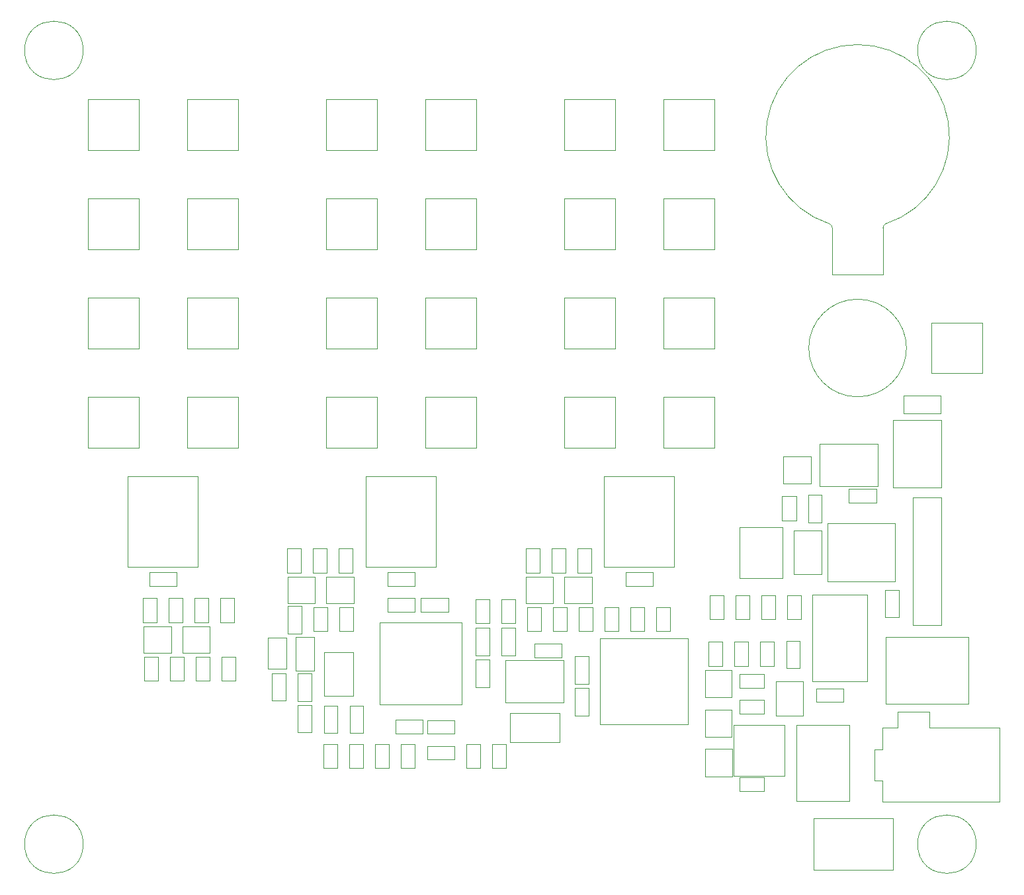
<source format=gbr>
G04 #@! TF.FileFunction,Other,User*
%FSLAX46Y46*%
G04 Gerber Fmt 4.6, Leading zero omitted, Abs format (unit mm)*
G04 Created by KiCad (PCBNEW 4.0.7) date Monday, March 26, 2018 'AMt' 12:22:04 AM*
%MOMM*%
%LPD*%
G01*
G04 APERTURE LIST*
%ADD10C,0.100000*%
%ADD11C,0.050000*%
G04 APERTURE END LIST*
D10*
D11*
X206360000Y-135310000D02*
X206360000Y-135560000D01*
X206360000Y-135560000D02*
X221360000Y-135560000D01*
X206360000Y-135310000D02*
X206360000Y-132810000D01*
X206360000Y-132810000D02*
X205360000Y-132810000D01*
X205360000Y-132810000D02*
X205360000Y-128810000D01*
X205360000Y-128810000D02*
X206360000Y-128810000D01*
X206360000Y-128810000D02*
X206360000Y-126060000D01*
X206360000Y-126060000D02*
X208360000Y-126060000D01*
X208360000Y-126060000D02*
X208360000Y-124060000D01*
X208360000Y-124060000D02*
X212360000Y-124060000D01*
X212360000Y-124060000D02*
X212360000Y-126060000D01*
X212360000Y-126060000D02*
X221360000Y-126060000D01*
X221360000Y-126060000D02*
X221360000Y-135560000D01*
X207775000Y-137670000D02*
X207775000Y-144270000D01*
X197575000Y-137670000D02*
X197575000Y-144270000D01*
X197575000Y-144270000D02*
X207775000Y-144270000D01*
X197575000Y-137670000D02*
X207775000Y-137670000D01*
X203130013Y-38625135D02*
G75*
G02X206800000Y-61560000I69987J-11749865D01*
G01*
X203269987Y-38625135D02*
G75*
G03X199600000Y-61560000I-69987J-11749865D01*
G01*
X206811889Y-61558169D02*
G75*
G03X206450000Y-62075000I188111J-516831D01*
G01*
X199588111Y-61558169D02*
G75*
G02X199950000Y-62075000I-188111J-516831D01*
G01*
X199950000Y-68025000D02*
X199950000Y-62075000D01*
X206450000Y-68025000D02*
X206450000Y-62075000D01*
X206450000Y-68025000D02*
X199950000Y-68025000D01*
X209450000Y-77460000D02*
G75*
G03X209450000Y-77460000I-6250000J0D01*
G01*
X128262000Y-122611000D02*
X128262000Y-119111000D01*
X128262000Y-122611000D02*
X130012000Y-122611000D01*
X130012000Y-119111000D02*
X128262000Y-119111000D01*
X130012000Y-119111000D02*
X130012000Y-122611000D01*
X132054000Y-110507000D02*
X132054000Y-114007000D01*
X132054000Y-110507000D02*
X130304000Y-110507000D01*
X130304000Y-114007000D02*
X132054000Y-114007000D01*
X130304000Y-114007000D02*
X130304000Y-110507000D01*
X131564000Y-126675000D02*
X131564000Y-123175000D01*
X131564000Y-126675000D02*
X133314000Y-126675000D01*
X133314000Y-123175000D02*
X131564000Y-123175000D01*
X133314000Y-123175000D02*
X133314000Y-126675000D01*
X131564000Y-122643000D02*
X131564000Y-119143000D01*
X131564000Y-122643000D02*
X133314000Y-122643000D01*
X133314000Y-119143000D02*
X131564000Y-119143000D01*
X133314000Y-119143000D02*
X133314000Y-122643000D01*
X168757000Y-121016000D02*
X168757000Y-124516000D01*
X168757000Y-121016000D02*
X167007000Y-121016000D01*
X167007000Y-124516000D02*
X168757000Y-124516000D01*
X167007000Y-124516000D02*
X167007000Y-121016000D01*
X198619000Y-96278000D02*
X198619000Y-99778000D01*
X198619000Y-96278000D02*
X196869000Y-96278000D01*
X196869000Y-99778000D02*
X198619000Y-99778000D01*
X196869000Y-99778000D02*
X196869000Y-96278000D01*
X138185000Y-126734000D02*
X138185000Y-123234000D01*
X138185000Y-126734000D02*
X139935000Y-126734000D01*
X139935000Y-123234000D02*
X138185000Y-123234000D01*
X139935000Y-123234000D02*
X139935000Y-126734000D01*
X156057000Y-113301000D02*
X156057000Y-116801000D01*
X156057000Y-113301000D02*
X154307000Y-113301000D01*
X154307000Y-116801000D02*
X156057000Y-116801000D01*
X154307000Y-116801000D02*
X154307000Y-113301000D01*
X143029000Y-109456000D02*
X146529000Y-109456000D01*
X143029000Y-109456000D02*
X143029000Y-111206000D01*
X146529000Y-111206000D02*
X146529000Y-109456000D01*
X146529000Y-111206000D02*
X143029000Y-111206000D01*
X151609000Y-126837000D02*
X148109000Y-126837000D01*
X151609000Y-126837000D02*
X151609000Y-125087000D01*
X148109000Y-125087000D02*
X148109000Y-126837000D01*
X148109000Y-125087000D02*
X151609000Y-125087000D01*
X134883000Y-126734000D02*
X134883000Y-123234000D01*
X134883000Y-126734000D02*
X136633000Y-126734000D01*
X136633000Y-123234000D02*
X134883000Y-123234000D01*
X136633000Y-123234000D02*
X136633000Y-126734000D01*
X159359000Y-113301000D02*
X159359000Y-116801000D01*
X159359000Y-113301000D02*
X157609000Y-113301000D01*
X157609000Y-116801000D02*
X159359000Y-116801000D01*
X157609000Y-116801000D02*
X157609000Y-113301000D01*
X151609000Y-130139000D02*
X148109000Y-130139000D01*
X151609000Y-130139000D02*
X151609000Y-128389000D01*
X148109000Y-128389000D02*
X148109000Y-130139000D01*
X148109000Y-128389000D02*
X151609000Y-128389000D01*
X144045000Y-125077000D02*
X147545000Y-125077000D01*
X144045000Y-125077000D02*
X144045000Y-126827000D01*
X147545000Y-126827000D02*
X147545000Y-125077000D01*
X147545000Y-126827000D02*
X144045000Y-126827000D01*
X147315000Y-109456000D02*
X150815000Y-109456000D01*
X147315000Y-109456000D02*
X147315000Y-111206000D01*
X150815000Y-111206000D02*
X150815000Y-109456000D01*
X150815000Y-111206000D02*
X147315000Y-111206000D01*
X154297000Y-120865000D02*
X154297000Y-117365000D01*
X154297000Y-120865000D02*
X156047000Y-120865000D01*
X156047000Y-117365000D02*
X154297000Y-117365000D01*
X156047000Y-117365000D02*
X156047000Y-120865000D01*
X143029000Y-106154000D02*
X146529000Y-106154000D01*
X143029000Y-106154000D02*
X143029000Y-107904000D01*
X146529000Y-107904000D02*
X146529000Y-106154000D01*
X146529000Y-107904000D02*
X143029000Y-107904000D01*
X173509000Y-106154000D02*
X177009000Y-106154000D01*
X173509000Y-106154000D02*
X173509000Y-107904000D01*
X177009000Y-107904000D02*
X177009000Y-106154000D01*
X177009000Y-107904000D02*
X173509000Y-107904000D01*
X210273000Y-96598200D02*
X210273000Y-112898200D01*
X210273000Y-112898200D02*
X213873000Y-112898200D01*
X213873000Y-112898200D02*
X213873000Y-96598200D01*
X213873000Y-96598200D02*
X210273000Y-96598200D01*
X184860000Y-83740000D02*
X178360000Y-83740000D01*
X178360000Y-83740000D02*
X178360000Y-90240000D01*
X178360000Y-90240000D02*
X184860000Y-90240000D01*
X184860000Y-90240000D02*
X184860000Y-83740000D01*
X184860000Y-71040000D02*
X178360000Y-71040000D01*
X178360000Y-71040000D02*
X178360000Y-77540000D01*
X178360000Y-77540000D02*
X184860000Y-77540000D01*
X184860000Y-77540000D02*
X184860000Y-71040000D01*
X184860000Y-58340000D02*
X178360000Y-58340000D01*
X178360000Y-58340000D02*
X178360000Y-64840000D01*
X178360000Y-64840000D02*
X184860000Y-64840000D01*
X184860000Y-64840000D02*
X184860000Y-58340000D01*
X184860000Y-45640000D02*
X178360000Y-45640000D01*
X178360000Y-45640000D02*
X178360000Y-52140000D01*
X178360000Y-52140000D02*
X184860000Y-52140000D01*
X184860000Y-52140000D02*
X184860000Y-45640000D01*
X172160000Y-83740000D02*
X165660000Y-83740000D01*
X165660000Y-83740000D02*
X165660000Y-90240000D01*
X165660000Y-90240000D02*
X172160000Y-90240000D01*
X172160000Y-90240000D02*
X172160000Y-83740000D01*
X172160000Y-71040000D02*
X165660000Y-71040000D01*
X165660000Y-71040000D02*
X165660000Y-77540000D01*
X165660000Y-77540000D02*
X172160000Y-77540000D01*
X172160000Y-77540000D02*
X172160000Y-71040000D01*
X172160000Y-58340000D02*
X165660000Y-58340000D01*
X165660000Y-58340000D02*
X165660000Y-64840000D01*
X165660000Y-64840000D02*
X172160000Y-64840000D01*
X172160000Y-64840000D02*
X172160000Y-58340000D01*
X172160000Y-45640000D02*
X165660000Y-45640000D01*
X165660000Y-45640000D02*
X165660000Y-52140000D01*
X165660000Y-52140000D02*
X172160000Y-52140000D01*
X172160000Y-52140000D02*
X172160000Y-45640000D01*
X154380000Y-83740000D02*
X147880000Y-83740000D01*
X147880000Y-83740000D02*
X147880000Y-90240000D01*
X147880000Y-90240000D02*
X154380000Y-90240000D01*
X154380000Y-90240000D02*
X154380000Y-83740000D01*
X154380000Y-71040000D02*
X147880000Y-71040000D01*
X147880000Y-71040000D02*
X147880000Y-77540000D01*
X147880000Y-77540000D02*
X154380000Y-77540000D01*
X154380000Y-77540000D02*
X154380000Y-71040000D01*
X154380000Y-58340000D02*
X147880000Y-58340000D01*
X147880000Y-58340000D02*
X147880000Y-64840000D01*
X147880000Y-64840000D02*
X154380000Y-64840000D01*
X154380000Y-64840000D02*
X154380000Y-58340000D01*
X154380000Y-45640000D02*
X147880000Y-45640000D01*
X147880000Y-45640000D02*
X147880000Y-52140000D01*
X147880000Y-52140000D02*
X154380000Y-52140000D01*
X154380000Y-52140000D02*
X154380000Y-45640000D01*
X141680000Y-83740000D02*
X135180000Y-83740000D01*
X135180000Y-83740000D02*
X135180000Y-90240000D01*
X135180000Y-90240000D02*
X141680000Y-90240000D01*
X141680000Y-90240000D02*
X141680000Y-83740000D01*
X141680000Y-71040000D02*
X135180000Y-71040000D01*
X135180000Y-71040000D02*
X135180000Y-77540000D01*
X135180000Y-77540000D02*
X141680000Y-77540000D01*
X141680000Y-77540000D02*
X141680000Y-71040000D01*
X141680000Y-58340000D02*
X135180000Y-58340000D01*
X135180000Y-58340000D02*
X135180000Y-64840000D01*
X135180000Y-64840000D02*
X141680000Y-64840000D01*
X141680000Y-64840000D02*
X141680000Y-58340000D01*
X141680000Y-45640000D02*
X135180000Y-45640000D01*
X135180000Y-45640000D02*
X135180000Y-52140000D01*
X135180000Y-52140000D02*
X141680000Y-52140000D01*
X141680000Y-52140000D02*
X141680000Y-45640000D01*
X123900000Y-83740000D02*
X117400000Y-83740000D01*
X117400000Y-83740000D02*
X117400000Y-90240000D01*
X117400000Y-90240000D02*
X123900000Y-90240000D01*
X123900000Y-90240000D02*
X123900000Y-83740000D01*
X123900000Y-71040000D02*
X117400000Y-71040000D01*
X117400000Y-71040000D02*
X117400000Y-77540000D01*
X117400000Y-77540000D02*
X123900000Y-77540000D01*
X123900000Y-77540000D02*
X123900000Y-71040000D01*
X123900000Y-58340000D02*
X117400000Y-58340000D01*
X117400000Y-58340000D02*
X117400000Y-64840000D01*
X117400000Y-64840000D02*
X123900000Y-64840000D01*
X123900000Y-64840000D02*
X123900000Y-58340000D01*
X123900000Y-45640000D02*
X117400000Y-45640000D01*
X117400000Y-45640000D02*
X117400000Y-52140000D01*
X117400000Y-52140000D02*
X123900000Y-52140000D01*
X123900000Y-52140000D02*
X123900000Y-45640000D01*
X111200000Y-83740000D02*
X104700000Y-83740000D01*
X104700000Y-83740000D02*
X104700000Y-90240000D01*
X104700000Y-90240000D02*
X111200000Y-90240000D01*
X111200000Y-90240000D02*
X111200000Y-83740000D01*
X111200000Y-71040000D02*
X104700000Y-71040000D01*
X104700000Y-71040000D02*
X104700000Y-77540000D01*
X104700000Y-77540000D02*
X111200000Y-77540000D01*
X111200000Y-77540000D02*
X111200000Y-71040000D01*
X111200000Y-58340000D02*
X104700000Y-58340000D01*
X104700000Y-58340000D02*
X104700000Y-64840000D01*
X104700000Y-64840000D02*
X111200000Y-64840000D01*
X111200000Y-64840000D02*
X111200000Y-58340000D01*
X111200000Y-45640000D02*
X104700000Y-45640000D01*
X104700000Y-45640000D02*
X104700000Y-52140000D01*
X104700000Y-52140000D02*
X111200000Y-52140000D01*
X111200000Y-52140000D02*
X111200000Y-45640000D01*
X199363000Y-99932000D02*
X199363000Y-107332000D01*
X199363000Y-107332000D02*
X207963000Y-107332000D01*
X207963000Y-107332000D02*
X207963000Y-99932000D01*
X207963000Y-99932000D02*
X199363000Y-99932000D01*
X193703000Y-94775000D02*
X193703000Y-91375000D01*
X193703000Y-91375000D02*
X197203000Y-91375000D01*
X197203000Y-91375000D02*
X197203000Y-94775000D01*
X197203000Y-94775000D02*
X193703000Y-94775000D01*
X183687000Y-118685000D02*
X187087000Y-118685000D01*
X187087000Y-118685000D02*
X187087000Y-122185000D01*
X187087000Y-122185000D02*
X183687000Y-122185000D01*
X183687000Y-122185000D02*
X183687000Y-118685000D01*
X183687000Y-123765000D02*
X187087000Y-123765000D01*
X187087000Y-123765000D02*
X187087000Y-127265000D01*
X187087000Y-127265000D02*
X183687000Y-127265000D01*
X183687000Y-127265000D02*
X183687000Y-123765000D01*
X115332000Y-113065000D02*
X115332000Y-116465000D01*
X115332000Y-116465000D02*
X111832000Y-116465000D01*
X111832000Y-116465000D02*
X111832000Y-113065000D01*
X111832000Y-113065000D02*
X115332000Y-113065000D01*
X120285000Y-113065000D02*
X120285000Y-116465000D01*
X120285000Y-116465000D02*
X116785000Y-116465000D01*
X116785000Y-116465000D02*
X116785000Y-113065000D01*
X116785000Y-113065000D02*
X120285000Y-113065000D01*
X164232000Y-106715000D02*
X164232000Y-110115000D01*
X164232000Y-110115000D02*
X160732000Y-110115000D01*
X160732000Y-110115000D02*
X160732000Y-106715000D01*
X160732000Y-106715000D02*
X164232000Y-106715000D01*
X169185000Y-106715000D02*
X169185000Y-110115000D01*
X169185000Y-110115000D02*
X165685000Y-110115000D01*
X165685000Y-110115000D02*
X165685000Y-106715000D01*
X165685000Y-106715000D02*
X169185000Y-106715000D01*
X133747000Y-106715000D02*
X133747000Y-110115000D01*
X133747000Y-110115000D02*
X130247000Y-110115000D01*
X130247000Y-110115000D02*
X130247000Y-106715000D01*
X130247000Y-106715000D02*
X133747000Y-106715000D01*
X195337000Y-96433000D02*
X195337000Y-99533000D01*
X195337000Y-96433000D02*
X193537000Y-96433000D01*
X193537000Y-99533000D02*
X195337000Y-99533000D01*
X193537000Y-99533000D02*
X193537000Y-96433000D01*
X191210000Y-121015000D02*
X188110000Y-121015000D01*
X191210000Y-121015000D02*
X191210000Y-119215000D01*
X188110000Y-119215000D02*
X188110000Y-121015000D01*
X188110000Y-119215000D02*
X191210000Y-119215000D01*
X188110000Y-122517000D02*
X191210000Y-122517000D01*
X188110000Y-122517000D02*
X188110000Y-124317000D01*
X191210000Y-124317000D02*
X191210000Y-122517000D01*
X191210000Y-124317000D02*
X188110000Y-124317000D01*
X188110000Y-132423000D02*
X191210000Y-132423000D01*
X188110000Y-132423000D02*
X188110000Y-134223000D01*
X191210000Y-134223000D02*
X191210000Y-132423000D01*
X191210000Y-134223000D02*
X188110000Y-134223000D01*
X185922000Y-115075000D02*
X185922000Y-118175000D01*
X185922000Y-115075000D02*
X184122000Y-115075000D01*
X184122000Y-118175000D02*
X185922000Y-118175000D01*
X184122000Y-118175000D02*
X184122000Y-115075000D01*
X189224000Y-115075000D02*
X189224000Y-118175000D01*
X189224000Y-115075000D02*
X187424000Y-115075000D01*
X187424000Y-118175000D02*
X189224000Y-118175000D01*
X187424000Y-118175000D02*
X187424000Y-115075000D01*
X192526000Y-115070000D02*
X192526000Y-118170000D01*
X192526000Y-115070000D02*
X190726000Y-115070000D01*
X190726000Y-118170000D02*
X192526000Y-118170000D01*
X190726000Y-118170000D02*
X190726000Y-115070000D01*
X195955000Y-109101000D02*
X195955000Y-112201000D01*
X195955000Y-109101000D02*
X194155000Y-109101000D01*
X194155000Y-112201000D02*
X195955000Y-112201000D01*
X194155000Y-112201000D02*
X194155000Y-109101000D01*
X184249000Y-112201000D02*
X184249000Y-109101000D01*
X184249000Y-112201000D02*
X186049000Y-112201000D01*
X186049000Y-109101000D02*
X184249000Y-109101000D01*
X186049000Y-109101000D02*
X186049000Y-112201000D01*
X189351000Y-109101000D02*
X189351000Y-112201000D01*
X189351000Y-109101000D02*
X187551000Y-109101000D01*
X187551000Y-112201000D02*
X189351000Y-112201000D01*
X187551000Y-112201000D02*
X187551000Y-109101000D01*
X136646000Y-128151000D02*
X136646000Y-131251000D01*
X136646000Y-128151000D02*
X134846000Y-128151000D01*
X134846000Y-131251000D02*
X136646000Y-131251000D01*
X134846000Y-131251000D02*
X134846000Y-128151000D01*
X139948000Y-128151000D02*
X139948000Y-131251000D01*
X139948000Y-128151000D02*
X138148000Y-128151000D01*
X138148000Y-131251000D02*
X139948000Y-131251000D01*
X138148000Y-131251000D02*
X138148000Y-128151000D01*
X143250000Y-128151000D02*
X143250000Y-131251000D01*
X143250000Y-128151000D02*
X141450000Y-128151000D01*
X141450000Y-131251000D02*
X143250000Y-131251000D01*
X141450000Y-131251000D02*
X141450000Y-128151000D01*
X146552000Y-128156000D02*
X146552000Y-131256000D01*
X146552000Y-128156000D02*
X144752000Y-128156000D01*
X144752000Y-131256000D02*
X146552000Y-131256000D01*
X144752000Y-131256000D02*
X144752000Y-128156000D01*
X154934000Y-128151000D02*
X154934000Y-131251000D01*
X154934000Y-128151000D02*
X153134000Y-128151000D01*
X153134000Y-131251000D02*
X154934000Y-131251000D01*
X153134000Y-131251000D02*
X153134000Y-128151000D01*
X158236000Y-128151000D02*
X158236000Y-131251000D01*
X158236000Y-128151000D02*
X156436000Y-128151000D01*
X156436000Y-131251000D02*
X158236000Y-131251000D01*
X156436000Y-131251000D02*
X156436000Y-128151000D01*
X192648000Y-109106000D02*
X192648000Y-112206000D01*
X192648000Y-109106000D02*
X190848000Y-109106000D01*
X190848000Y-112206000D02*
X192648000Y-112206000D01*
X190848000Y-112206000D02*
X190848000Y-109106000D01*
X157579000Y-112714000D02*
X157579000Y-109614000D01*
X157579000Y-112714000D02*
X159379000Y-112714000D01*
X159379000Y-109614000D02*
X157579000Y-109614000D01*
X159379000Y-109614000D02*
X159379000Y-112714000D01*
X154277000Y-112709000D02*
X154277000Y-109609000D01*
X154277000Y-112709000D02*
X156077000Y-112709000D01*
X156077000Y-109609000D02*
X154277000Y-109609000D01*
X156077000Y-109609000D02*
X156077000Y-112709000D01*
X121638000Y-112582000D02*
X121638000Y-109482000D01*
X121638000Y-112582000D02*
X123438000Y-112582000D01*
X123438000Y-109482000D02*
X121638000Y-109482000D01*
X123438000Y-109482000D02*
X123438000Y-112582000D01*
X123565000Y-116980000D02*
X123565000Y-120080000D01*
X123565000Y-116980000D02*
X121765000Y-116980000D01*
X121765000Y-120080000D02*
X123565000Y-120080000D01*
X121765000Y-120080000D02*
X121765000Y-116980000D01*
X113659000Y-116980000D02*
X113659000Y-120080000D01*
X113659000Y-116980000D02*
X111859000Y-116980000D01*
X111859000Y-120080000D02*
X113659000Y-120080000D01*
X111859000Y-120080000D02*
X111859000Y-116980000D01*
X116961000Y-116980000D02*
X116961000Y-120080000D01*
X116961000Y-116980000D02*
X115161000Y-116980000D01*
X115161000Y-120080000D02*
X116961000Y-120080000D01*
X115161000Y-120080000D02*
X115161000Y-116980000D01*
X111732000Y-112587000D02*
X111732000Y-109487000D01*
X111732000Y-112587000D02*
X113532000Y-112587000D01*
X113532000Y-109487000D02*
X111732000Y-109487000D01*
X113532000Y-109487000D02*
X113532000Y-112587000D01*
X115034000Y-112582000D02*
X115034000Y-109482000D01*
X115034000Y-112582000D02*
X116834000Y-112582000D01*
X116834000Y-109482000D02*
X115034000Y-109482000D01*
X116834000Y-109482000D02*
X116834000Y-112582000D01*
X118331000Y-112582000D02*
X118331000Y-109482000D01*
X118331000Y-112582000D02*
X120131000Y-112582000D01*
X120131000Y-109482000D02*
X118331000Y-109482000D01*
X120131000Y-109482000D02*
X120131000Y-112582000D01*
X120263000Y-116975000D02*
X120263000Y-120075000D01*
X120263000Y-116975000D02*
X118463000Y-116975000D01*
X118463000Y-120075000D02*
X120263000Y-120075000D01*
X118463000Y-120075000D02*
X118463000Y-116975000D01*
X162698000Y-110625000D02*
X162698000Y-113725000D01*
X162698000Y-110625000D02*
X160898000Y-110625000D01*
X160898000Y-113725000D02*
X162698000Y-113725000D01*
X160898000Y-113725000D02*
X160898000Y-110625000D01*
X160754000Y-106232000D02*
X160754000Y-103132000D01*
X160754000Y-106232000D02*
X162554000Y-106232000D01*
X162554000Y-103132000D02*
X160754000Y-103132000D01*
X162554000Y-103132000D02*
X162554000Y-106232000D01*
X164056000Y-106232000D02*
X164056000Y-103132000D01*
X164056000Y-106232000D02*
X165856000Y-106232000D01*
X165856000Y-103132000D02*
X164056000Y-103132000D01*
X165856000Y-103132000D02*
X165856000Y-106232000D01*
X167358000Y-106232000D02*
X167358000Y-103132000D01*
X167358000Y-106232000D02*
X169158000Y-106232000D01*
X169158000Y-103132000D02*
X167358000Y-103132000D01*
X169158000Y-103132000D02*
X169158000Y-106232000D01*
X166000000Y-110625000D02*
X166000000Y-113725000D01*
X166000000Y-110625000D02*
X164200000Y-110625000D01*
X164200000Y-113725000D02*
X166000000Y-113725000D01*
X164200000Y-113725000D02*
X164200000Y-110625000D01*
X135371000Y-110630000D02*
X135371000Y-113730000D01*
X135371000Y-110630000D02*
X133571000Y-110630000D01*
X133571000Y-113730000D02*
X135371000Y-113730000D01*
X133571000Y-113730000D02*
X133571000Y-110630000D01*
X130147000Y-106232000D02*
X130147000Y-103132000D01*
X130147000Y-106232000D02*
X131947000Y-106232000D01*
X131947000Y-103132000D02*
X130147000Y-103132000D01*
X131947000Y-103132000D02*
X131947000Y-106232000D01*
X133449000Y-106232000D02*
X133449000Y-103132000D01*
X133449000Y-106232000D02*
X135249000Y-106232000D01*
X135249000Y-103132000D02*
X133449000Y-103132000D01*
X135249000Y-103132000D02*
X135249000Y-106232000D01*
X136751000Y-106237000D02*
X136751000Y-103137000D01*
X136751000Y-106237000D02*
X138551000Y-106237000D01*
X138551000Y-103137000D02*
X136751000Y-103137000D01*
X138551000Y-103137000D02*
X138551000Y-106237000D01*
X195012000Y-106450000D02*
X195012000Y-100850000D01*
X195012000Y-100850000D02*
X198612000Y-100850000D01*
X198612000Y-100850000D02*
X198612000Y-106450000D01*
X198612000Y-106450000D02*
X195012000Y-106450000D01*
X142017000Y-112611000D02*
X142017000Y-123111000D01*
X152517000Y-112611000D02*
X152517000Y-123111000D01*
X142017000Y-112611000D02*
X152517000Y-112611000D01*
X142017000Y-123111000D02*
X152517000Y-123111000D01*
X118768000Y-105446200D02*
X118768000Y-93846200D01*
X118768000Y-93846200D02*
X109768000Y-93846200D01*
X109768000Y-93846200D02*
X109768000Y-105446200D01*
X109768000Y-105446200D02*
X118768000Y-105446200D01*
X149248000Y-105446200D02*
X149248000Y-93846200D01*
X149248000Y-93846200D02*
X140248000Y-93846200D01*
X140248000Y-93846200D02*
X140248000Y-105446200D01*
X140248000Y-105446200D02*
X149248000Y-105446200D01*
X179728000Y-105446200D02*
X179728000Y-93846200D01*
X179728000Y-93846200D02*
X170728000Y-93846200D01*
X170728000Y-93846200D02*
X170728000Y-105446200D01*
X170728000Y-105446200D02*
X179728000Y-105446200D01*
X197420000Y-120095000D02*
X204420000Y-120095000D01*
X204420000Y-120095000D02*
X204420000Y-108995000D01*
X204420000Y-108995000D02*
X197420000Y-108995000D01*
X197420000Y-108995000D02*
X197420000Y-120095000D01*
X170228000Y-114615000D02*
X170228000Y-125615000D01*
X181528000Y-114615000D02*
X181528000Y-125615000D01*
X170228000Y-114615000D02*
X181528000Y-114615000D01*
X170228000Y-125615000D02*
X181528000Y-125615000D01*
X158145000Y-117415000D02*
X158145000Y-122815000D01*
X165605000Y-117415000D02*
X165605000Y-122815000D01*
X158145000Y-117415000D02*
X165605000Y-117415000D01*
X158145000Y-122815000D02*
X165605000Y-122815000D01*
X207733000Y-86692200D02*
X207733000Y-95342200D01*
X207733000Y-95342200D02*
X213883000Y-95342200D01*
X213883000Y-95342200D02*
X213883000Y-86692200D01*
X213883000Y-86692200D02*
X207733000Y-86692200D01*
X138678000Y-110625000D02*
X138678000Y-113725000D01*
X138678000Y-110625000D02*
X136878000Y-110625000D01*
X136878000Y-113725000D02*
X138678000Y-113725000D01*
X136878000Y-113725000D02*
X136878000Y-110625000D01*
X175906000Y-110625000D02*
X175906000Y-113725000D01*
X175906000Y-110625000D02*
X174106000Y-110625000D01*
X174106000Y-113725000D02*
X175906000Y-113725000D01*
X174106000Y-113725000D02*
X174106000Y-110625000D01*
X195825000Y-114947000D02*
X195825000Y-118447000D01*
X195825000Y-114947000D02*
X194075000Y-114947000D01*
X194075000Y-118447000D02*
X195825000Y-118447000D01*
X194075000Y-118447000D02*
X194075000Y-114947000D01*
X166997000Y-120452000D02*
X166997000Y-116952000D01*
X166997000Y-120452000D02*
X168747000Y-120452000D01*
X168747000Y-116952000D02*
X166997000Y-116952000D01*
X168747000Y-116952000D02*
X168747000Y-120452000D01*
X161825000Y-115298000D02*
X165325000Y-115298000D01*
X161825000Y-115298000D02*
X161825000Y-117048000D01*
X165325000Y-117048000D02*
X165325000Y-115298000D01*
X165325000Y-117048000D02*
X161825000Y-117048000D01*
X112549000Y-106154000D02*
X116049000Y-106154000D01*
X112549000Y-106154000D02*
X112549000Y-107904000D01*
X116049000Y-107904000D02*
X116049000Y-106154000D01*
X116049000Y-107904000D02*
X112549000Y-107904000D01*
X206790000Y-114455000D02*
X217390000Y-114455000D01*
X206790000Y-114455000D02*
X206790000Y-123035000D01*
X217390000Y-123035000D02*
X217390000Y-114455000D01*
X217390000Y-123035000D02*
X206790000Y-123035000D01*
X201393000Y-122773000D02*
X197893000Y-122773000D01*
X201393000Y-122773000D02*
X201393000Y-121023000D01*
X197893000Y-121023000D02*
X197893000Y-122773000D01*
X197893000Y-121023000D02*
X201393000Y-121023000D01*
X127755000Y-118539000D02*
X127755000Y-114539000D01*
X130055000Y-118539000D02*
X130055000Y-114539000D01*
X127755000Y-118539000D02*
X130055000Y-118539000D01*
X127755000Y-114539000D02*
X130055000Y-114539000D01*
X138678000Y-116425000D02*
X134878000Y-116425000D01*
X134878000Y-116425000D02*
X134878000Y-122025000D01*
X134878000Y-122025000D02*
X138678000Y-122025000D01*
X138678000Y-122025000D02*
X138678000Y-116425000D01*
X104080000Y-39370000D02*
G75*
G03X104080000Y-39370000I-3750000J0D01*
G01*
X104080000Y-140970000D02*
G75*
G03X104080000Y-140970000I-3750000J0D01*
G01*
X218380000Y-140970000D02*
G75*
G03X218380000Y-140970000I-3750000J0D01*
G01*
X218380000Y-39370000D02*
G75*
G03X218380000Y-39370000I-3750000J0D01*
G01*
X206748000Y-111943000D02*
X206748000Y-108443000D01*
X206748000Y-111943000D02*
X208498000Y-111943000D01*
X208498000Y-108443000D02*
X206748000Y-108443000D01*
X208498000Y-108443000D02*
X208498000Y-111943000D01*
X188107000Y-106917000D02*
X193607000Y-106917000D01*
X193607000Y-106917000D02*
X193607000Y-100367000D01*
X193607000Y-100367000D02*
X188107000Y-100367000D01*
X188107000Y-100367000D02*
X188107000Y-106917000D01*
X179208000Y-110625000D02*
X179208000Y-113725000D01*
X179208000Y-110625000D02*
X177408000Y-110625000D01*
X177408000Y-113725000D02*
X179208000Y-113725000D01*
X177408000Y-113725000D02*
X177408000Y-110625000D01*
X202084000Y-95486200D02*
X205584000Y-95486200D01*
X202084000Y-95486200D02*
X202084000Y-97236200D01*
X205584000Y-97236200D02*
X205584000Y-95486200D01*
X205584000Y-97236200D02*
X202084000Y-97236200D01*
X183719000Y-128779000D02*
X187119000Y-128779000D01*
X187119000Y-128779000D02*
X187119000Y-132279000D01*
X187119000Y-132279000D02*
X183719000Y-132279000D01*
X183719000Y-132279000D02*
X183719000Y-128779000D01*
X219150000Y-74250000D02*
X212650000Y-74250000D01*
X212650000Y-74250000D02*
X212650000Y-80700000D01*
X212650000Y-80700000D02*
X219150000Y-80700000D01*
X219150000Y-80700000D02*
X219150000Y-74250000D01*
X138700000Y-106715000D02*
X138700000Y-110115000D01*
X138700000Y-110115000D02*
X135200000Y-110115000D01*
X135200000Y-110115000D02*
X135200000Y-106715000D01*
X135200000Y-106715000D02*
X138700000Y-106715000D01*
X169302000Y-110625000D02*
X169302000Y-113725000D01*
X169302000Y-110625000D02*
X167502000Y-110625000D01*
X167502000Y-113725000D02*
X169302000Y-113725000D01*
X167502000Y-113725000D02*
X167502000Y-110625000D01*
X172604000Y-110625000D02*
X172604000Y-113725000D01*
X172604000Y-110625000D02*
X170804000Y-110625000D01*
X170804000Y-113725000D02*
X172604000Y-113725000D01*
X170804000Y-113725000D02*
X170804000Y-110625000D01*
X193860000Y-125750000D02*
X187360000Y-125750000D01*
X187360000Y-125750000D02*
X187360000Y-132250000D01*
X187360000Y-132250000D02*
X193860000Y-132250000D01*
X193860000Y-132250000D02*
X193860000Y-125750000D01*
X192735000Y-124494000D02*
X196235000Y-124494000D01*
X196235000Y-124494000D02*
X196235000Y-120094000D01*
X196235000Y-120094000D02*
X192735000Y-120094000D01*
X192735000Y-120094000D02*
X192735000Y-124494000D01*
X133611000Y-118736000D02*
X131311000Y-118736000D01*
X131311000Y-118736000D02*
X131311000Y-114436000D01*
X131311000Y-114436000D02*
X133611000Y-114436000D01*
X133611000Y-114436000D02*
X133611000Y-118736000D01*
X213806000Y-85859000D02*
X209106000Y-85859000D01*
X209106000Y-85859000D02*
X209106000Y-83559000D01*
X209106000Y-83559000D02*
X213806000Y-83559000D01*
X213806000Y-85859000D02*
X213806000Y-83559000D01*
X195405000Y-135485000D02*
X195405000Y-125685000D01*
X195405000Y-125685000D02*
X202105000Y-125685000D01*
X202105000Y-125685000D02*
X202105000Y-135485000D01*
X202105000Y-135485000D02*
X195405000Y-135485000D01*
X158684000Y-124190000D02*
X158684000Y-127890000D01*
X165084000Y-124190000D02*
X165084000Y-127890000D01*
X158684000Y-124190000D02*
X165084000Y-124190000D01*
X158684000Y-127890000D02*
X165084000Y-127890000D01*
X198327000Y-89756000D02*
X198327000Y-95156000D01*
X205787000Y-89756000D02*
X205787000Y-95156000D01*
X198327000Y-89756000D02*
X205787000Y-89756000D01*
X198327000Y-95156000D02*
X205787000Y-95156000D01*
M02*

</source>
